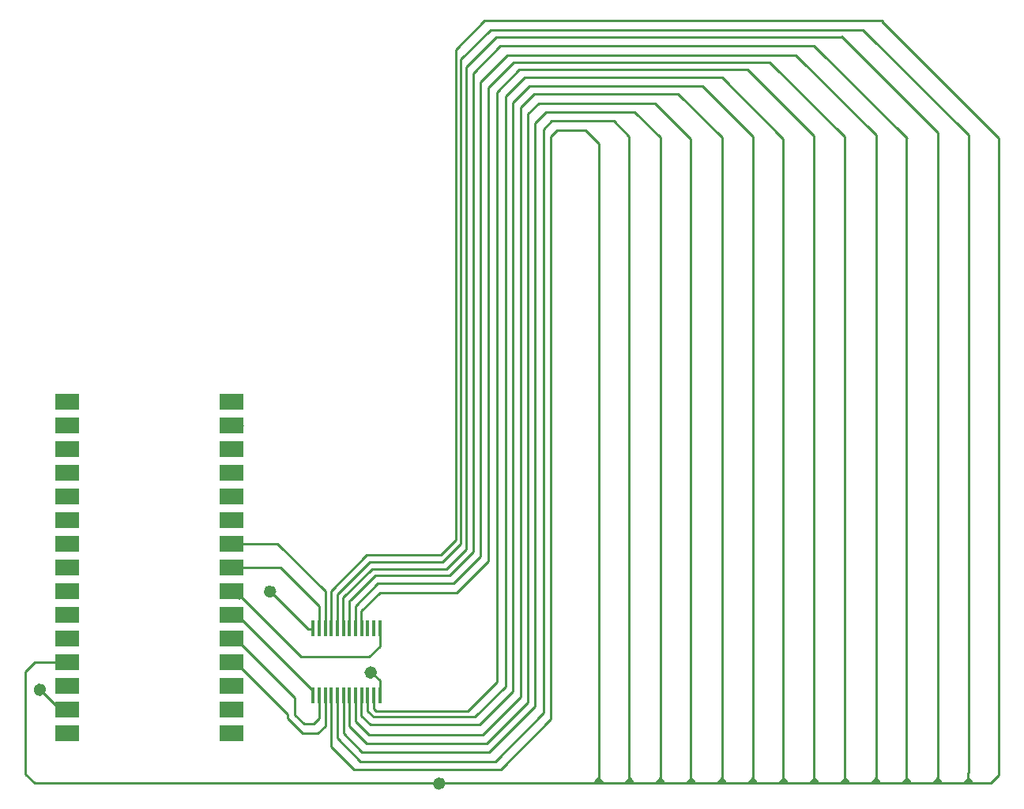
<source format=gbr>
%TF.GenerationSoftware,KiCad,Pcbnew,(6.0.7)*%
%TF.CreationDate,2022-11-11T15:56:39-05:00*%
%TF.ProjectId,single_layer_prototype1,73696e67-6c65-45f6-9c61-7965725f7072,rev?*%
%TF.SameCoordinates,Original*%
%TF.FileFunction,Copper,L1,Top*%
%TF.FilePolarity,Positive*%
%FSLAX46Y46*%
G04 Gerber Fmt 4.6, Leading zero omitted, Abs format (unit mm)*
G04 Created by KiCad (PCBNEW (6.0.7)) date 2022-11-11 15:56:39*
%MOMM*%
%LPD*%
G01*
G04 APERTURE LIST*
%TA.AperFunction,NonConductor*%
%ADD10C,0.667961*%
%TD*%
%TA.AperFunction,SMDPad,CuDef*%
%ADD11R,2.500000X1.750000*%
%TD*%
%TA.AperFunction,SMDPad,CuDef*%
%ADD12R,0.450000X1.750000*%
%TD*%
%TA.AperFunction,ViaPad*%
%ADD13C,0.710000*%
%TD*%
%TA.AperFunction,Conductor*%
%ADD14C,0.250000*%
%TD*%
G04 APERTURE END LIST*
D10*
X115627351Y-109798742D02*
G75*
G03*
X115627351Y-109798742I-333980J0D01*
G01*
X104832351Y-101111942D02*
G75*
G03*
X104832351Y-101111942I-333980J0D01*
G01*
X80168951Y-111643781D02*
G75*
G03*
X80168951Y-111643781I-333980J0D01*
G01*
X122965180Y-121707639D02*
G75*
G03*
X122965180Y-121707639I-333980J0D01*
G01*
D11*
%TO.P,A1,1,D1/TX*%
%TO.N,unconnected-(A1-Pad1)*%
X100405971Y-116275742D03*
%TO.P,A1,2,D0/RX*%
%TO.N,unconnected-(A1-Pad2)*%
X100405971Y-113735742D03*
%TO.P,A1,3,~{RESET}*%
%TO.N,unconnected-(A1-Pad3)*%
X100405971Y-111195742D03*
%TO.P,A1,4,GND*%
%TO.N,GND*%
X100405971Y-108655742D03*
%TO.P,A1,5,D2*%
%TO.N,N/C*%
X100405971Y-106115742D03*
%TO.P,A1,6,D3*%
X100405971Y-103575742D03*
%TO.P,A1,7,D4*%
%TO.N,Net-(A1-Pad7)*%
X100405971Y-101035742D03*
%TO.P,A1,8,D5*%
%TO.N,N/C*%
X100405971Y-98495742D03*
%TO.P,A1,9,D6*%
X100405971Y-95955742D03*
%TO.P,A1,10,D7*%
X100405971Y-93415742D03*
%TO.P,A1,11,D8*%
X100405971Y-90875742D03*
%TO.P,A1,12,D9*%
X100405971Y-88335742D03*
%TO.P,A1,13,D10*%
X100405971Y-85795742D03*
%TO.P,A1,14,D11*%
X100405971Y-83255742D03*
%TO.P,A1,15,D12*%
%TO.N,unconnected-(A1-Pad15)*%
X100405971Y-80715742D03*
%TO.P,A1,16,D13*%
%TO.N,unconnected-(A1-Pad16)*%
X82755971Y-80715742D03*
%TO.P,A1,17,3V3*%
%TO.N,unconnected-(A1-Pad17)*%
X82755971Y-83255742D03*
%TO.P,A1,18,AREF*%
%TO.N,unconnected-(A1-Pad18)*%
X82755971Y-85795742D03*
%TO.P,A1,19,A0*%
%TO.N,unconnected-(A1-Pad19)*%
X82755971Y-88335742D03*
%TO.P,A1,20,A1*%
%TO.N,unconnected-(A1-Pad20)*%
X82755971Y-90875742D03*
%TO.P,A1,21,A2*%
%TO.N,unconnected-(A1-Pad21)*%
X82755971Y-93415742D03*
%TO.P,A1,22,A3*%
%TO.N,unconnected-(A1-Pad22)*%
X82755971Y-95955742D03*
%TO.P,A1,23,A4*%
%TO.N,unconnected-(A1-Pad23)*%
X82755971Y-98495742D03*
%TO.P,A1,24,A5*%
%TO.N,unconnected-(A1-Pad24)*%
X82755971Y-101035742D03*
%TO.P,A1,25,A6*%
%TO.N,unconnected-(A1-Pad25)*%
X82755971Y-103575742D03*
%TO.P,A1,26,A7*%
%TO.N,unconnected-(A1-Pad26)*%
X82755971Y-106115742D03*
%TO.P,A1,27,+5V*%
%TO.N,Net-(A1-Pad27)*%
X82755971Y-108655742D03*
%TO.P,A1,28,~{RESET}*%
%TO.N,unconnected-(A1-Pad28)*%
X82755971Y-111195742D03*
%TO.P,A1,29,GND*%
%TO.N,GND*%
X82755971Y-113735742D03*
%TO.P,A1,30,VIN*%
%TO.N,unconnected-(A1-Pad30)*%
X82755971Y-116275742D03*
%TD*%
D12*
%TO.P,U2,1,COM*%
%TO.N,Net-(A1-Pad7)*%
X116277571Y-105081142D03*
%TO.P,U2,2,I7*%
%TO.N,N/C*%
X115627571Y-105081142D03*
%TO.P,U2,3,I6*%
X114977571Y-105081142D03*
%TO.P,U2,4,I5*%
X114327571Y-105081142D03*
%TO.P,U2,5,I4*%
X113677571Y-105081142D03*
%TO.P,U2,6,I3*%
X113027571Y-105081142D03*
%TO.P,U2,7,I2*%
X112377571Y-105081142D03*
%TO.P,U2,8,I1*%
X111727571Y-105081142D03*
%TO.P,U2,9,I0*%
X111077571Y-105081142D03*
%TO.P,U2,10,S0*%
X110427571Y-105081142D03*
%TO.P,U2,11,S1*%
X109777571Y-105081142D03*
%TO.P,U2,12,GND*%
%TO.N,GND*%
X109127571Y-105081142D03*
%TO.P,U2,13,S3*%
%TO.N,N/C*%
X109127571Y-112281142D03*
%TO.P,U2,14,S2*%
X109777571Y-112281142D03*
%TO.P,U2,15,~{E}*%
%TO.N,GND*%
X110427571Y-112281142D03*
%TO.P,U2,16,I15*%
%TO.N,N/C*%
X111077571Y-112281142D03*
%TO.P,U2,17,I14*%
X111727571Y-112281142D03*
%TO.P,U2,18,I13*%
X112377571Y-112281142D03*
%TO.P,U2,19,I12*%
X113027571Y-112281142D03*
%TO.P,U2,20,I11*%
X113677571Y-112281142D03*
%TO.P,U2,21,I10*%
X114327571Y-112281142D03*
%TO.P,U2,22,I9*%
X114977571Y-112281142D03*
%TO.P,U2,23,I8*%
X115627571Y-112281142D03*
%TO.P,U2,24,VCC*%
%TO.N,Net-(A1-Pad27)*%
X116277571Y-112281142D03*
%TD*%
D13*
%TO.N,*%
X115293371Y-109798742D03*
X79834971Y-111643781D03*
X104498371Y-101111942D03*
X122631200Y-121707639D03*
%TD*%
D14*
%TO.N,*%
X100780971Y-106115742D02*
X100405971Y-106115742D01*
X100405971Y-83255742D02*
X101551971Y-83255742D01*
X109130671Y-112356742D02*
X109130671Y-111706742D01*
X109781571Y-113482642D02*
X109781571Y-114700942D01*
X107190771Y-112525542D02*
X100780971Y-106115742D01*
X105615971Y-98495742D02*
X109780671Y-102660442D01*
X109781571Y-114700942D02*
X109146571Y-115335942D01*
X100999671Y-103575742D02*
X100405971Y-103575742D01*
X110430671Y-101075242D02*
X110430671Y-105156742D01*
X107190771Y-114396142D02*
X107190771Y-112525542D01*
X109780671Y-113481742D02*
X109781571Y-113482642D01*
X108130571Y-115335942D02*
X107190771Y-114396142D01*
X109780671Y-112356742D02*
X109780671Y-113481742D01*
X109780671Y-102660442D02*
X109780671Y-105156742D01*
X100405971Y-95955742D02*
X105311171Y-95955742D01*
X100405971Y-98495742D02*
X105615971Y-98495742D01*
X109130671Y-111706742D02*
X100999671Y-103575742D01*
X105311171Y-95955742D02*
X110430671Y-101075242D01*
X109146571Y-115335942D02*
X108130571Y-115335942D01*
%TO.N,GND*%
X108568571Y-105156742D02*
X104498371Y-101086542D01*
X109629171Y-116326542D02*
X108028971Y-116326542D01*
X109130671Y-105156742D02*
X108568571Y-105156742D01*
X100764571Y-108655742D02*
X100405971Y-108655742D01*
X106403371Y-114294542D02*
X100764571Y-108655742D01*
X108028971Y-116326542D02*
X106403371Y-114700942D01*
X106403371Y-114700942D02*
X106403371Y-114294542D01*
X110430671Y-112356742D02*
X110430671Y-115525042D01*
X81993971Y-113735742D02*
X79834971Y-111576742D01*
X82755971Y-113735742D02*
X81993971Y-113735742D01*
X110430671Y-115525042D02*
X109629171Y-116326542D01*
%TO.N,Net-(A1-Pad7)*%
X101206971Y-101836742D02*
X100405971Y-101035742D01*
X115129671Y-108121742D02*
X107866971Y-108121742D01*
X100780971Y-101035742D02*
X100405971Y-101035742D01*
X107866971Y-108121742D02*
X100780971Y-101035742D01*
X116280671Y-105156742D02*
X116280671Y-106970742D01*
X116280671Y-106970742D02*
X115129671Y-108121742D01*
%TO.N,Net-(A1-Pad27)*%
X143579000Y-49676942D02*
X134114771Y-49676942D01*
X111052171Y-101035142D02*
X111052171Y-105081142D01*
X139956771Y-121508142D02*
X139448771Y-121508142D01*
X114963171Y-113913542D02*
X114963171Y-112364142D01*
X152908000Y-121152542D02*
X153289000Y-121533542D01*
X79291600Y-121666000D02*
X78310971Y-120685371D01*
X172847000Y-121406542D02*
X172593000Y-121660542D01*
X142983659Y-52297430D02*
X141328371Y-50642142D01*
X133809971Y-114142142D02*
X128628371Y-119323742D01*
X129237971Y-120187342D02*
X113540771Y-120187342D01*
X78310971Y-120685371D02*
X78310971Y-114218342D01*
X170174175Y-39872542D02*
X127510771Y-39872542D01*
X112981971Y-102127942D02*
X112981971Y-105099742D01*
X146332171Y-52430113D02*
X143579000Y-49676942D01*
X122786371Y-97200342D02*
X114886971Y-97200342D01*
X145925771Y-121533542D02*
X146306771Y-121152542D01*
X125707371Y-113913542D02*
X116563371Y-113913542D01*
X156218229Y-121666000D02*
X156238171Y-121646058D01*
X123776971Y-99359342D02*
X115775971Y-99359342D01*
X158066971Y-44342942D02*
X130634971Y-44342942D01*
X172339000Y-121533542D02*
X172720000Y-121152542D01*
X153162000Y-121533542D02*
X152654000Y-121533542D01*
X149862771Y-121533542D02*
X149354771Y-121533542D01*
X129720571Y-111348142D02*
X126494771Y-114573942D01*
X115775971Y-99359342D02*
X113159771Y-101975542D01*
X162816771Y-42590342D02*
X129187171Y-42590342D01*
X132133571Y-49880142D02*
X132133571Y-112999142D01*
X169442561Y-121199732D02*
X169442561Y-52137132D01*
X116258571Y-101238942D02*
X114302171Y-103195342D01*
X127917171Y-47060742D02*
X127917171Y-97860742D01*
X146306771Y-121152542D02*
X146687771Y-121533542D01*
X166245771Y-121406542D02*
X165991771Y-121660542D01*
X113134371Y-101975542D02*
X112981971Y-102127942D01*
X113007371Y-115589942D02*
X113007371Y-112364142D01*
X168023771Y-40837742D02*
X128120371Y-40837742D01*
X149608771Y-121152542D02*
X149989771Y-121533542D01*
X112352171Y-101792542D02*
X112352171Y-105081142D01*
X139321771Y-121508142D02*
X139702771Y-121127142D01*
X145719800Y-48711742D02*
X133301971Y-48711742D01*
X124970771Y-43987342D02*
X124970771Y-95981142D01*
X162943771Y-121406542D02*
X162689771Y-121660542D01*
X128729971Y-41675942D02*
X125529571Y-44876342D01*
X143004771Y-121406542D02*
X142750771Y-121660542D01*
X166118771Y-121152542D02*
X166499771Y-121533542D01*
X179199771Y-121533542D02*
X179326771Y-121406542D01*
X129923771Y-43555542D02*
X127053571Y-46425742D01*
X113540771Y-120187342D02*
X111076971Y-117723542D01*
X123014971Y-97936942D02*
X115191771Y-97936942D01*
X82755971Y-108655742D02*
X83130971Y-108655742D01*
X114886971Y-97200342D02*
X111052171Y-101035142D01*
X176050171Y-121216000D02*
X176024771Y-121216000D01*
X128806171Y-110814742D02*
X125707371Y-113913542D01*
X128120371Y-40837742D02*
X124970771Y-43987342D01*
X115623571Y-114573942D02*
X114963171Y-113913542D01*
X135283171Y-51658142D02*
X134622771Y-52318542D01*
X139702771Y-121381142D02*
X139448771Y-121635142D01*
X179331059Y-120521830D02*
X179331059Y-52145030D01*
X152936171Y-45968542D02*
X131777971Y-45968542D01*
X159133771Y-121533542D02*
X159514771Y-121152542D01*
X146179771Y-121533542D02*
X146306771Y-121406542D01*
X172720000Y-121152542D02*
X173101000Y-121533542D01*
X114175771Y-119323742D02*
X111711971Y-116859942D01*
X179326771Y-121152542D02*
X179707771Y-121533542D01*
X166062330Y-52338301D02*
X158066971Y-44342942D01*
X126266171Y-45511342D02*
X126266171Y-96870142D01*
X148252600Y-47746542D02*
X132793971Y-47746542D01*
X162816771Y-121152542D02*
X163197771Y-121533542D01*
X176024771Y-121152542D02*
X176405771Y-121533542D01*
X172593000Y-121533542D02*
X172720000Y-121406542D01*
X155704771Y-45130342D02*
X131219171Y-45130342D01*
X170072575Y-39914746D02*
X182603371Y-52445542D01*
X114861571Y-117444142D02*
X113007371Y-115589942D01*
X139575771Y-121508142D02*
X139702771Y-121381142D01*
X79291600Y-121666000D02*
X156218229Y-121666000D01*
X139702771Y-121127142D02*
X140083771Y-121508142D01*
X169420771Y-121216000D02*
X169426293Y-121216000D01*
X149608771Y-121482742D02*
X149608771Y-52600713D01*
X166116042Y-121216042D02*
X166055271Y-121216042D01*
X159768771Y-121533542D02*
X159260771Y-121533542D01*
X133301971Y-48711742D02*
X132133571Y-49880142D01*
X159514771Y-121152542D02*
X159895771Y-121533542D01*
X176024771Y-121406542D02*
X175770771Y-121660542D01*
X165737771Y-121533542D02*
X166118771Y-121152542D01*
X130634971Y-44342942D02*
X127917171Y-47060742D01*
X132793971Y-47746542D02*
X131371571Y-49168942D01*
X176405771Y-121533542D02*
X175897771Y-121533542D01*
X124411971Y-42971342D02*
X124411971Y-95574742D01*
X127917171Y-97860742D02*
X124538971Y-101238942D01*
X165661571Y-41675942D02*
X128729971Y-41675942D01*
X156593771Y-121533542D02*
X156085771Y-121533542D01*
X127053571Y-46425742D02*
X127053571Y-97378142D01*
X113159771Y-101975542D02*
X113134371Y-101975542D01*
X143004771Y-121152542D02*
X143385771Y-121533542D01*
X156085771Y-121533542D02*
X156212771Y-121406542D01*
X124411971Y-95574742D02*
X122786371Y-97200342D01*
X152781000Y-121533542D02*
X152908000Y-121406542D01*
X127510771Y-39872542D02*
X124411971Y-42971342D01*
X126494771Y-114573942D02*
X115623571Y-114573942D01*
X169293771Y-121533542D02*
X169420771Y-121406542D01*
X169442561Y-52137132D02*
X160860971Y-43555542D01*
X129720571Y-48025942D02*
X129720571Y-111348142D01*
X128806171Y-47543342D02*
X128806171Y-110814742D01*
X146306771Y-121406542D02*
X146052771Y-121660542D01*
X142983659Y-121055230D02*
X142983659Y-52297430D01*
X146306771Y-121203342D02*
X146332171Y-121177942D01*
X112372371Y-116326542D02*
X112372371Y-112364142D01*
X125529571Y-44876342D02*
X125529571Y-96590742D01*
X123446771Y-98673542D02*
X115471171Y-98673542D01*
X182603371Y-52445542D02*
X182603371Y-120720742D01*
X181711600Y-121666000D02*
X182600600Y-120777000D01*
X131371571Y-49168942D02*
X131371571Y-112440342D01*
X113642371Y-115056542D02*
X113642371Y-112364142D01*
X165758883Y-41595454D02*
X176050171Y-51886742D01*
X169420813Y-121147042D02*
X169357271Y-121147042D01*
X156218229Y-121666000D02*
X181711600Y-121666000D01*
X146560771Y-121533542D02*
X146052771Y-121533542D01*
X149227771Y-121533542D02*
X149608771Y-121152542D01*
X115293371Y-115412142D02*
X114302771Y-114421542D01*
X156238171Y-121646058D02*
X156238171Y-52307175D01*
X152908000Y-121406542D02*
X152654000Y-121660542D01*
X159387771Y-121533542D02*
X159514771Y-121406542D01*
X134114771Y-49676942D02*
X132895571Y-50896142D01*
X159514771Y-52547142D02*
X152936171Y-45968542D01*
X115191771Y-97936942D02*
X111702171Y-101426542D01*
X134622771Y-114802542D02*
X129237971Y-120187342D01*
X156212771Y-121152542D02*
X156593771Y-121533542D01*
X176050171Y-51886742D02*
X176050171Y-121216000D01*
X116512571Y-113964342D02*
X115877571Y-113964342D01*
X179580771Y-121533542D02*
X179072771Y-121533542D01*
X175897771Y-121533542D02*
X176024771Y-121406542D01*
X142877771Y-121533542D02*
X143004771Y-121406542D01*
X134622771Y-52318542D02*
X134622771Y-114802542D01*
X115471171Y-98673542D02*
X112352171Y-101792542D01*
X130558771Y-111830742D02*
X126977371Y-115412142D01*
X115623571Y-113710342D02*
X115623571Y-112338742D01*
X150813938Y-46882942D02*
X132311371Y-46882942D01*
X79326971Y-108655742D02*
X78310971Y-109671742D01*
X113652171Y-102651542D02*
X113652171Y-105081142D01*
X159641771Y-121406542D02*
X159387771Y-121660542D01*
X179326771Y-120526118D02*
X179331059Y-120521830D01*
X78310971Y-109671742D02*
X78310971Y-114218342D01*
X116280671Y-112356742D02*
X116280671Y-110669742D01*
X142623771Y-121533542D02*
X143004771Y-121152542D01*
X152527000Y-121533542D02*
X152908000Y-121152542D01*
X124970771Y-95981142D02*
X123014971Y-97936942D01*
X141328371Y-50642142D02*
X134698971Y-50642142D01*
X124538971Y-101238942D02*
X116258571Y-101238942D01*
X169674771Y-121533542D02*
X169166771Y-121533542D01*
X152936171Y-121482742D02*
X152936171Y-52430113D01*
X149608771Y-52600713D02*
X145719800Y-48711742D01*
X178945771Y-121533542D02*
X179326771Y-121152542D01*
X134698971Y-50642142D02*
X133809971Y-51531142D01*
X131219171Y-45130342D02*
X128806171Y-47543342D01*
X129187171Y-42590342D02*
X126266171Y-45511342D01*
X82755971Y-108655742D02*
X79326971Y-108655742D01*
X116055371Y-100248342D02*
X113652171Y-102651542D01*
X149481771Y-121533542D02*
X149608771Y-121406542D01*
X169420771Y-121152542D02*
X169801771Y-121533542D01*
X114302771Y-114421542D02*
X114302771Y-112364142D01*
X116563371Y-113913542D02*
X116512571Y-113964342D01*
X165991771Y-121533542D02*
X166118771Y-121406542D01*
X149608771Y-121406542D02*
X149354771Y-121660542D01*
X143258771Y-121533542D02*
X142750771Y-121533542D01*
X156339771Y-121406542D02*
X156085771Y-121660542D01*
X166062330Y-121121501D02*
X166062330Y-52338301D01*
X138331171Y-51658142D02*
X135283171Y-51658142D01*
X132895571Y-113456342D02*
X128018771Y-118333142D01*
X130558771Y-48635542D02*
X130558771Y-111830742D01*
X169426293Y-121216000D02*
X169442561Y-121199732D01*
X179331059Y-52145030D02*
X168023771Y-40837742D01*
X127688571Y-117444142D02*
X114861571Y-117444142D01*
X169547771Y-121406542D02*
X169293771Y-121660542D01*
X175643771Y-121533542D02*
X176024771Y-121152542D01*
X128018771Y-118333142D02*
X114378971Y-118333142D01*
X124183371Y-100248342D02*
X116055371Y-100248342D01*
X163070771Y-121533542D02*
X162562771Y-121533542D01*
X111076971Y-117723542D02*
X111076971Y-112364142D01*
X172722771Y-52535860D02*
X172742530Y-52516101D01*
X127307571Y-116504342D02*
X115090171Y-116504342D01*
X115090171Y-116504342D02*
X113642371Y-115056542D01*
X115877571Y-113964342D02*
X115623571Y-113710342D01*
X128628371Y-119323742D02*
X114175771Y-119323742D01*
X162816771Y-121127142D02*
X162816771Y-52242342D01*
X139702771Y-121177942D02*
X139707059Y-121173654D01*
X132133571Y-112999142D02*
X127688571Y-117444142D01*
X126266171Y-96870142D02*
X123776971Y-99359342D01*
X111711971Y-116859942D02*
X111711971Y-112364142D01*
X156238171Y-52307175D02*
X150813938Y-46882942D01*
X162435771Y-121533542D02*
X162816771Y-121152542D01*
X166093371Y-121152542D02*
X166062330Y-121121501D01*
X126977371Y-115412142D02*
X115293371Y-115412142D01*
X172722771Y-121216000D02*
X172722771Y-52535860D01*
X179326771Y-121406542D02*
X179072771Y-121660542D01*
X162689771Y-121533542D02*
X162816771Y-121406542D01*
X116280671Y-110669742D02*
X115383671Y-109772742D01*
X169039771Y-121533542D02*
X169420771Y-121152542D01*
X133809971Y-51531142D02*
X133809971Y-114142142D01*
X114378971Y-118333142D02*
X112372371Y-116326542D01*
X132311371Y-46882942D02*
X130558771Y-48635542D01*
X155831771Y-121533542D02*
X156212771Y-121152542D01*
X166372771Y-121533542D02*
X165864771Y-121533542D01*
X139707059Y-121173654D02*
X139707059Y-53034030D01*
X131777971Y-45968542D02*
X129720571Y-48025942D01*
X111702171Y-101426542D02*
X111702171Y-105081142D01*
X172974000Y-121533542D02*
X172466000Y-121533542D01*
X160860971Y-43555542D02*
X129923771Y-43555542D01*
X114302171Y-103195342D02*
X114302171Y-105081142D01*
X131371571Y-112440342D02*
X127307571Y-116504342D01*
X152936171Y-52430113D02*
X148252600Y-47746542D01*
X159514771Y-121216000D02*
X159514771Y-52547142D01*
X179326771Y-121216000D02*
X179326771Y-120526118D01*
X132895571Y-50896142D02*
X132895571Y-113456342D01*
X172742530Y-52516101D02*
X162816771Y-42590342D01*
X125529571Y-96590742D02*
X123446771Y-98673542D01*
X162816771Y-52242342D02*
X155704771Y-45130342D01*
X139707059Y-53034030D02*
X138331171Y-51658142D01*
X143106371Y-121177942D02*
X142983659Y-121055230D01*
X146332171Y-121177942D02*
X146332171Y-52430113D01*
X127053571Y-97378142D02*
X124183371Y-100248342D01*
%TD*%
M02*

</source>
